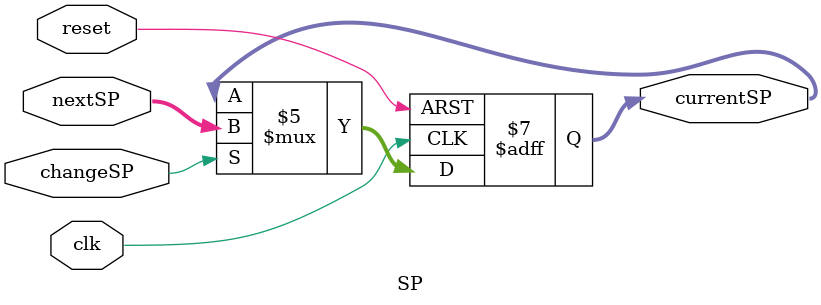
<source format=v>
/*栈指针寄存器*/
`timescale 1ns / 1ps
module SP(
    input clk,                         // 时钟
    input reset,                       // 重置信号
    input changeSP,                      // 更改信号，changeSP=1时标志SP发生更改
    input [15:0] nextSP,               // 下一个SP
    output reg[15:0] currentSP         // 当前SP
    );
//currentPC代表了将要取得的指令的地址
//将这个地址首先初始化为0
initial begin
    currentSP <= 62;
end

always@(posedge clk or posedge reset) begin
    if(reset == 1) begin
        currentSP <= 62;             // 如果接收到Reset信号，将currentPC重置为0
    end
    else begin
        if(changeSP) begin           // 如果接收到change信号，将nextPC赋值给currentPC
            currentSP <= nextSP;
        end
        else begin                  // 如果接收到change信号(即HALT之后)，currentPC不再改变
            currentSP <= currentSP;
        end
    end
end

endmodule

</source>
